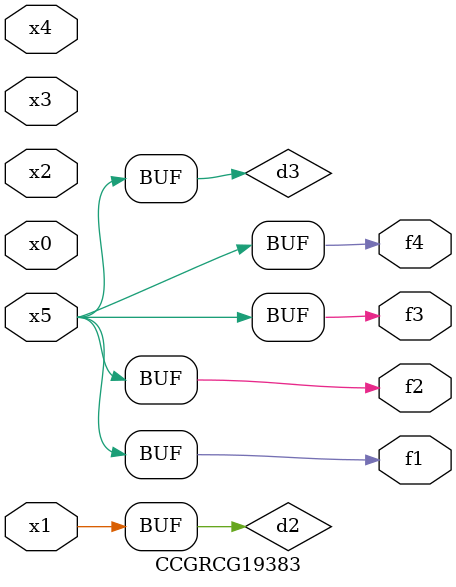
<source format=v>
module CCGRCG19383(
	input x0, x1, x2, x3, x4, x5,
	output f1, f2, f3, f4
);

	wire d1, d2, d3;

	not (d1, x5);
	or (d2, x1);
	xnor (d3, d1);
	assign f1 = d3;
	assign f2 = d3;
	assign f3 = d3;
	assign f4 = d3;
endmodule

</source>
